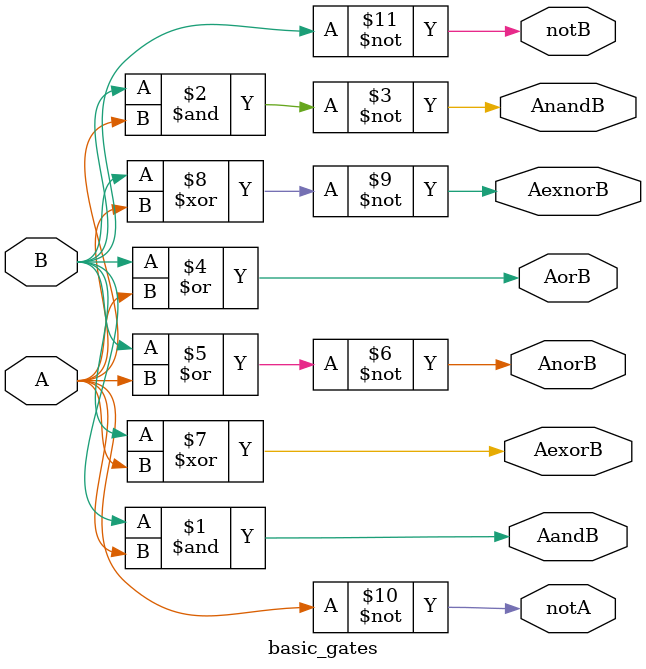
<source format=v>
/* Generated by Yosys 0.33 (git sha1 2584903a060) */

/* top =  1  */
/* src = "basic_gates.v:1.1-12.10" */
module basic_gates(AandB, AorB, notA, notB, AexorB, AexnorB, AnorB, AnandB, A, B);
  /* src = "basic_gates.v:1.97-1.98" */
  input A;
  wire A;
  /* src = "basic_gates.v:1.27-1.32" */
  output AandB;
  wire AandB;
  /* src = "basic_gates.v:1.65-1.72" */
  output AexnorB;
  wire AexnorB;
  /* src = "basic_gates.v:1.56-1.62" */
  output AexorB;
  wire AexorB;
  /* src = "basic_gates.v:1.82-1.88" */
  output AnandB;
  wire AnandB;
  /* src = "basic_gates.v:1.75-1.80" */
  output AnorB;
  wire AnorB;
  /* src = "basic_gates.v:1.35-1.39" */
  output AorB;
  wire AorB;
  /* src = "basic_gates.v:1.101-1.102" */
  input B;
  wire B;
  /* src = "basic_gates.v:1.42-1.46" */
  output notA;
  wire notA;
  /* src = "basic_gates.v:1.49-1.53" */
  output notB;
  wire notB;
  assign AandB = B & A;
  assign AnandB = ~(B & A);
  assign AorB = B | A;
  assign AnorB = ~(B | A);
  assign AexorB = B ^ A;
  assign AexnorB = ~(B ^ A);
  assign notA = ~A;
  assign notB = ~B;
endmodule

</source>
